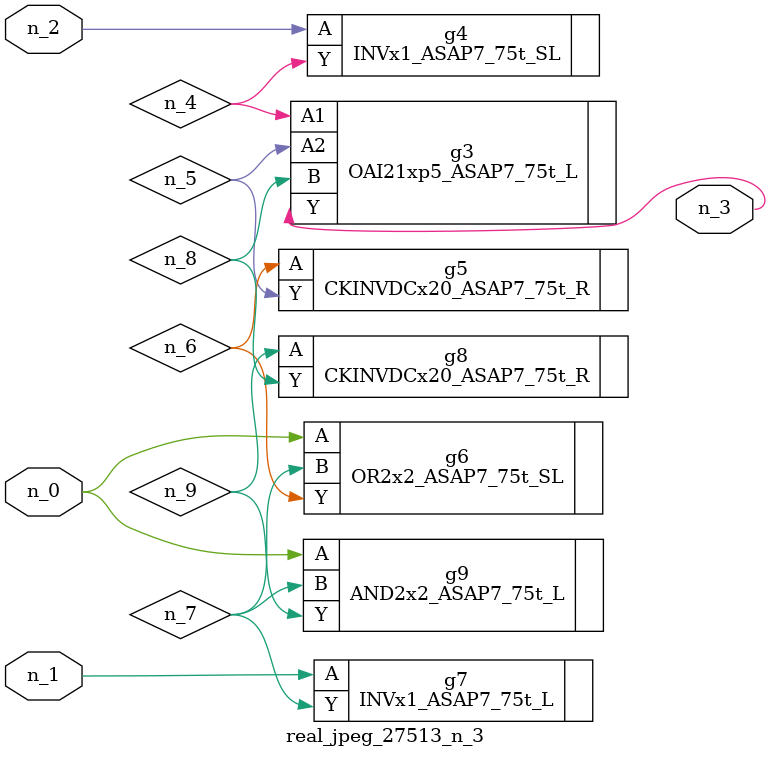
<source format=v>
module real_jpeg_27513_n_3 (n_1, n_0, n_2, n_3);

input n_1;
input n_0;
input n_2;

output n_3;

wire n_5;
wire n_4;
wire n_8;
wire n_6;
wire n_7;
wire n_9;

OR2x2_ASAP7_75t_SL g6 ( 
.A(n_0),
.B(n_7),
.Y(n_6)
);

AND2x2_ASAP7_75t_L g9 ( 
.A(n_0),
.B(n_7),
.Y(n_9)
);

INVx1_ASAP7_75t_L g7 ( 
.A(n_1),
.Y(n_7)
);

INVx1_ASAP7_75t_SL g4 ( 
.A(n_2),
.Y(n_4)
);

OAI21xp5_ASAP7_75t_L g3 ( 
.A1(n_4),
.A2(n_5),
.B(n_8),
.Y(n_3)
);

CKINVDCx20_ASAP7_75t_R g5 ( 
.A(n_6),
.Y(n_5)
);

CKINVDCx20_ASAP7_75t_R g8 ( 
.A(n_9),
.Y(n_8)
);


endmodule
</source>
